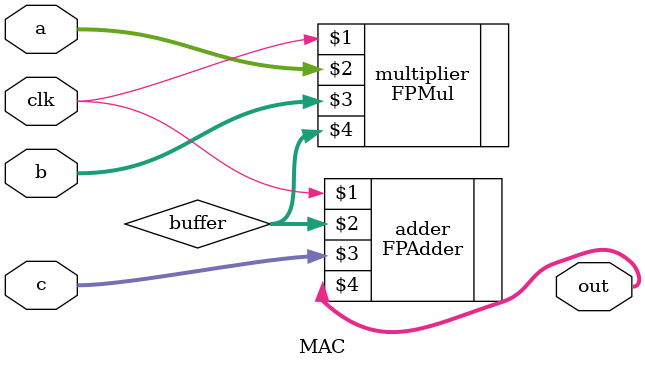
<source format=v>
`include "FPM.v"

module MAC(input [31:0] a,b,c,
        input clk,
        output [31:0]out);
    wire [31:0] buffer;
    FPMul multiplier(clk,a,b,buffer);
    FPAdder adder(clk,buffer,c,out);
endmodule


</source>
